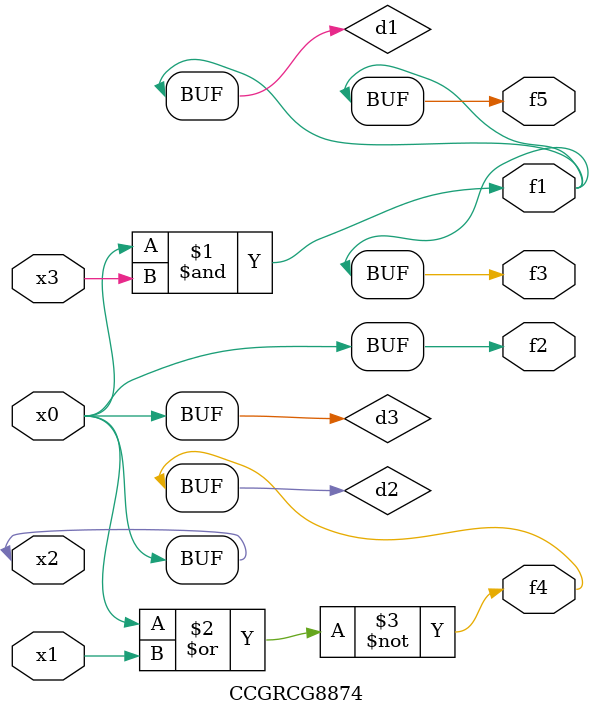
<source format=v>
module CCGRCG8874(
	input x0, x1, x2, x3,
	output f1, f2, f3, f4, f5
);

	wire d1, d2, d3;

	and (d1, x2, x3);
	nor (d2, x0, x1);
	buf (d3, x0, x2);
	assign f1 = d1;
	assign f2 = d3;
	assign f3 = d1;
	assign f4 = d2;
	assign f5 = d1;
endmodule

</source>
